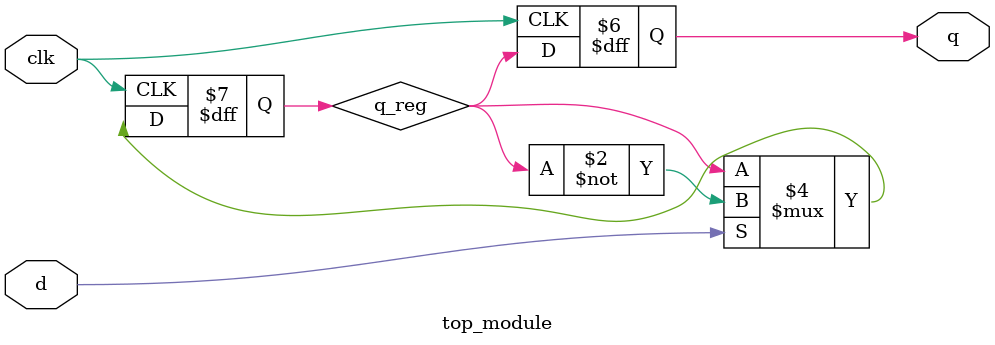
<source format=sv>
module top_module(
	input wire clk,
	input wire d,
	output reg q);

	reg q_reg;
	always @(posedge clk) begin
		if (d) begin
			q_reg <= ~q_reg;
		end
	end

	always @(posedge clk) begin
		q <= q_reg;
	end

endmodule

</source>
